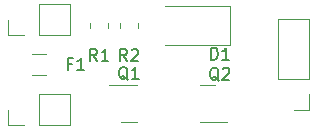
<source format=gbr>
%TF.GenerationSoftware,KiCad,Pcbnew,7.0.8*%
%TF.CreationDate,2024-12-11T19:53:02+01:00*%
%TF.ProjectId,TP4056-module-adapter,54503430-3536-42d6-9d6f-64756c652d61,rev?*%
%TF.SameCoordinates,Original*%
%TF.FileFunction,Legend,Top*%
%TF.FilePolarity,Positive*%
%FSLAX46Y46*%
G04 Gerber Fmt 4.6, Leading zero omitted, Abs format (unit mm)*
G04 Created by KiCad (PCBNEW 7.0.8) date 2024-12-11 19:53:02*
%MOMM*%
%LPD*%
G01*
G04 APERTURE LIST*
%ADD10C,0.150000*%
%ADD11C,0.120000*%
G04 APERTURE END LIST*
D10*
X121904761Y-78850057D02*
X121809523Y-78802438D01*
X121809523Y-78802438D02*
X121714285Y-78707200D01*
X121714285Y-78707200D02*
X121571428Y-78564342D01*
X121571428Y-78564342D02*
X121476190Y-78516723D01*
X121476190Y-78516723D02*
X121380952Y-78516723D01*
X121428571Y-78754819D02*
X121333333Y-78707200D01*
X121333333Y-78707200D02*
X121238095Y-78611961D01*
X121238095Y-78611961D02*
X121190476Y-78421485D01*
X121190476Y-78421485D02*
X121190476Y-78088152D01*
X121190476Y-78088152D02*
X121238095Y-77897676D01*
X121238095Y-77897676D02*
X121333333Y-77802438D01*
X121333333Y-77802438D02*
X121428571Y-77754819D01*
X121428571Y-77754819D02*
X121619047Y-77754819D01*
X121619047Y-77754819D02*
X121714285Y-77802438D01*
X121714285Y-77802438D02*
X121809523Y-77897676D01*
X121809523Y-77897676D02*
X121857142Y-78088152D01*
X121857142Y-78088152D02*
X121857142Y-78421485D01*
X121857142Y-78421485D02*
X121809523Y-78611961D01*
X121809523Y-78611961D02*
X121714285Y-78707200D01*
X121714285Y-78707200D02*
X121619047Y-78754819D01*
X121619047Y-78754819D02*
X121428571Y-78754819D01*
X122238095Y-77850057D02*
X122285714Y-77802438D01*
X122285714Y-77802438D02*
X122380952Y-77754819D01*
X122380952Y-77754819D02*
X122619047Y-77754819D01*
X122619047Y-77754819D02*
X122714285Y-77802438D01*
X122714285Y-77802438D02*
X122761904Y-77850057D01*
X122761904Y-77850057D02*
X122809523Y-77945295D01*
X122809523Y-77945295D02*
X122809523Y-78040533D01*
X122809523Y-78040533D02*
X122761904Y-78183390D01*
X122761904Y-78183390D02*
X122190476Y-78754819D01*
X122190476Y-78754819D02*
X122809523Y-78754819D01*
X114133333Y-77162819D02*
X113800000Y-76686628D01*
X113561905Y-77162819D02*
X113561905Y-76162819D01*
X113561905Y-76162819D02*
X113942857Y-76162819D01*
X113942857Y-76162819D02*
X114038095Y-76210438D01*
X114038095Y-76210438D02*
X114085714Y-76258057D01*
X114085714Y-76258057D02*
X114133333Y-76353295D01*
X114133333Y-76353295D02*
X114133333Y-76496152D01*
X114133333Y-76496152D02*
X114085714Y-76591390D01*
X114085714Y-76591390D02*
X114038095Y-76639009D01*
X114038095Y-76639009D02*
X113942857Y-76686628D01*
X113942857Y-76686628D02*
X113561905Y-76686628D01*
X114514286Y-76258057D02*
X114561905Y-76210438D01*
X114561905Y-76210438D02*
X114657143Y-76162819D01*
X114657143Y-76162819D02*
X114895238Y-76162819D01*
X114895238Y-76162819D02*
X114990476Y-76210438D01*
X114990476Y-76210438D02*
X115038095Y-76258057D01*
X115038095Y-76258057D02*
X115085714Y-76353295D01*
X115085714Y-76353295D02*
X115085714Y-76448533D01*
X115085714Y-76448533D02*
X115038095Y-76591390D01*
X115038095Y-76591390D02*
X114466667Y-77162819D01*
X114466667Y-77162819D02*
X115085714Y-77162819D01*
X121261905Y-77054819D02*
X121261905Y-76054819D01*
X121261905Y-76054819D02*
X121500000Y-76054819D01*
X121500000Y-76054819D02*
X121642857Y-76102438D01*
X121642857Y-76102438D02*
X121738095Y-76197676D01*
X121738095Y-76197676D02*
X121785714Y-76292914D01*
X121785714Y-76292914D02*
X121833333Y-76483390D01*
X121833333Y-76483390D02*
X121833333Y-76626247D01*
X121833333Y-76626247D02*
X121785714Y-76816723D01*
X121785714Y-76816723D02*
X121738095Y-76911961D01*
X121738095Y-76911961D02*
X121642857Y-77007200D01*
X121642857Y-77007200D02*
X121500000Y-77054819D01*
X121500000Y-77054819D02*
X121261905Y-77054819D01*
X122785714Y-77054819D02*
X122214286Y-77054819D01*
X122500000Y-77054819D02*
X122500000Y-76054819D01*
X122500000Y-76054819D02*
X122404762Y-76197676D01*
X122404762Y-76197676D02*
X122309524Y-76292914D01*
X122309524Y-76292914D02*
X122214286Y-76340533D01*
X114204761Y-78782057D02*
X114109523Y-78734438D01*
X114109523Y-78734438D02*
X114014285Y-78639200D01*
X114014285Y-78639200D02*
X113871428Y-78496342D01*
X113871428Y-78496342D02*
X113776190Y-78448723D01*
X113776190Y-78448723D02*
X113680952Y-78448723D01*
X113728571Y-78686819D02*
X113633333Y-78639200D01*
X113633333Y-78639200D02*
X113538095Y-78543961D01*
X113538095Y-78543961D02*
X113490476Y-78353485D01*
X113490476Y-78353485D02*
X113490476Y-78020152D01*
X113490476Y-78020152D02*
X113538095Y-77829676D01*
X113538095Y-77829676D02*
X113633333Y-77734438D01*
X113633333Y-77734438D02*
X113728571Y-77686819D01*
X113728571Y-77686819D02*
X113919047Y-77686819D01*
X113919047Y-77686819D02*
X114014285Y-77734438D01*
X114014285Y-77734438D02*
X114109523Y-77829676D01*
X114109523Y-77829676D02*
X114157142Y-78020152D01*
X114157142Y-78020152D02*
X114157142Y-78353485D01*
X114157142Y-78353485D02*
X114109523Y-78543961D01*
X114109523Y-78543961D02*
X114014285Y-78639200D01*
X114014285Y-78639200D02*
X113919047Y-78686819D01*
X113919047Y-78686819D02*
X113728571Y-78686819D01*
X115109523Y-78686819D02*
X114538095Y-78686819D01*
X114823809Y-78686819D02*
X114823809Y-77686819D01*
X114823809Y-77686819D02*
X114728571Y-77829676D01*
X114728571Y-77829676D02*
X114633333Y-77924914D01*
X114633333Y-77924914D02*
X114538095Y-77972533D01*
X111593333Y-77162819D02*
X111260000Y-76686628D01*
X111021905Y-77162819D02*
X111021905Y-76162819D01*
X111021905Y-76162819D02*
X111402857Y-76162819D01*
X111402857Y-76162819D02*
X111498095Y-76210438D01*
X111498095Y-76210438D02*
X111545714Y-76258057D01*
X111545714Y-76258057D02*
X111593333Y-76353295D01*
X111593333Y-76353295D02*
X111593333Y-76496152D01*
X111593333Y-76496152D02*
X111545714Y-76591390D01*
X111545714Y-76591390D02*
X111498095Y-76639009D01*
X111498095Y-76639009D02*
X111402857Y-76686628D01*
X111402857Y-76686628D02*
X111021905Y-76686628D01*
X112545714Y-77162819D02*
X111974286Y-77162819D01*
X112260000Y-77162819D02*
X112260000Y-76162819D01*
X112260000Y-76162819D02*
X112164762Y-76305676D01*
X112164762Y-76305676D02*
X112069524Y-76400914D01*
X112069524Y-76400914D02*
X111974286Y-76448533D01*
X109446666Y-77401009D02*
X109113333Y-77401009D01*
X109113333Y-77924819D02*
X109113333Y-76924819D01*
X109113333Y-76924819D02*
X109589523Y-76924819D01*
X110494285Y-77924819D02*
X109922857Y-77924819D01*
X110208571Y-77924819D02*
X110208571Y-76924819D01*
X110208571Y-76924819D02*
X110113333Y-77067676D01*
X110113333Y-77067676D02*
X110018095Y-77162914D01*
X110018095Y-77162914D02*
X109922857Y-77210533D01*
D11*
%TO.C,J3*%
X129560000Y-81325000D02*
X128230000Y-81325000D01*
X129560000Y-79995000D02*
X129560000Y-81325000D01*
X129560000Y-78725000D02*
X129560000Y-73585000D01*
X129560000Y-78725000D02*
X126900000Y-78725000D01*
X129560000Y-73585000D02*
X126900000Y-73585000D01*
X126900000Y-78725000D02*
X126900000Y-73585000D01*
%TO.C,Q2*%
X120937500Y-82360000D02*
X122612500Y-82360000D01*
X120937500Y-82360000D02*
X120287500Y-82360000D01*
X120937500Y-79240000D02*
X121587500Y-79240000D01*
X120937500Y-79240000D02*
X120287500Y-79240000D01*
%TO.C,R2*%
X115035000Y-73940936D02*
X115035000Y-74395064D01*
X113565000Y-73940936D02*
X113565000Y-74395064D01*
%TO.C,D1*%
X122890000Y-75818000D02*
X122890000Y-72518000D01*
X122890000Y-75818000D02*
X117380000Y-75818000D01*
X122890000Y-72518000D02*
X117380000Y-72518000D01*
%TO.C,J1*%
X104080000Y-74990000D02*
X104080000Y-73660000D01*
X105410000Y-74990000D02*
X104080000Y-74990000D01*
X106680000Y-74990000D02*
X109280000Y-74990000D01*
X106680000Y-74990000D02*
X106680000Y-72330000D01*
X109280000Y-74990000D02*
X109280000Y-72330000D01*
X106680000Y-72330000D02*
X109280000Y-72330000D01*
%TO.C,Q1*%
X114300000Y-79212000D02*
X112625000Y-79212000D01*
X114300000Y-79212000D02*
X114950000Y-79212000D01*
X114300000Y-82332000D02*
X113650000Y-82332000D01*
X114300000Y-82332000D02*
X114950000Y-82332000D01*
%TO.C,R1*%
X111025000Y-74395064D02*
X111025000Y-73940936D01*
X112495000Y-74395064D02*
X112495000Y-73940936D01*
%TO.C,J2*%
X104080000Y-82610000D02*
X104080000Y-81280000D01*
X105410000Y-82610000D02*
X104080000Y-82610000D01*
X106680000Y-82610000D02*
X109280000Y-82610000D01*
X106680000Y-82610000D02*
X106680000Y-79950000D01*
X109280000Y-82610000D02*
X109280000Y-79950000D01*
X106680000Y-79950000D02*
X109280000Y-79950000D01*
%TO.C,F1*%
X106077936Y-76560000D02*
X107282064Y-76560000D01*
X106077936Y-78380000D02*
X107282064Y-78380000D01*
%TD*%
M02*

</source>
